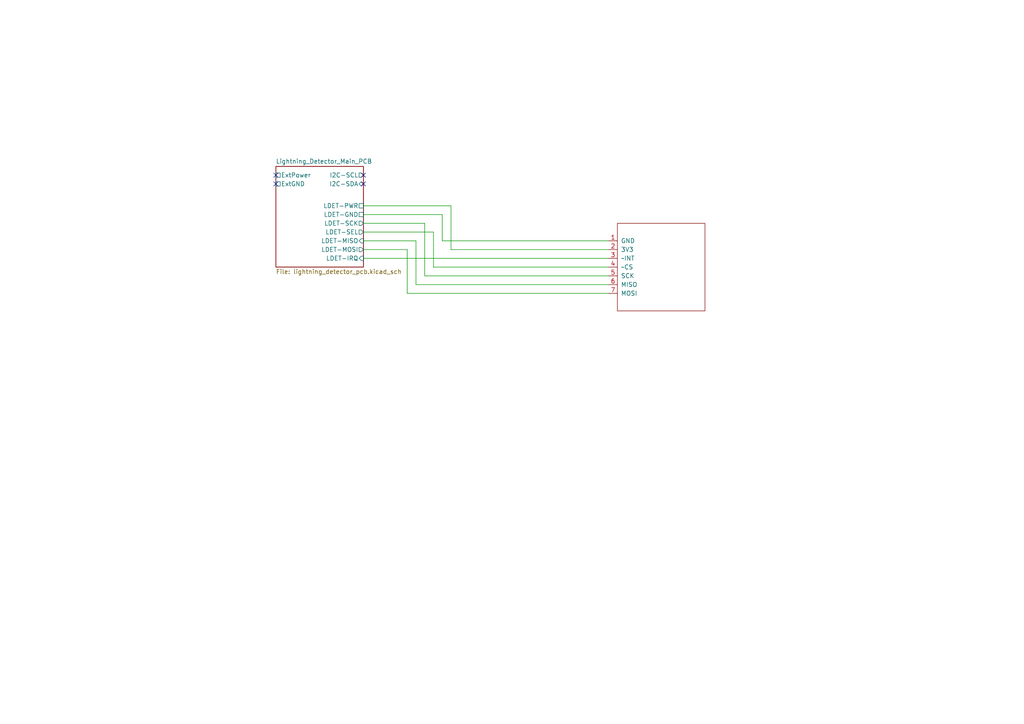
<source format=kicad_sch>
(kicad_sch (version 20230121) (generator eeschema)
  (paper "A4")
  (title_block (title "Lightning Detector") (date "2024-03-07") (rev "v0.5") (comment 1 "Licensed under CERN-OHL-W version 2, or (at your option) any later version") (comment 2 "Copyright (C) 2024 M. Frohne"))
  (lib_symbols
    (symbol "ProjectLibrary:SparkFun_AS3935_Lightning_Detector" (pin_names (offset 1.016))
      (symbol "SparkFun_AS3935_Lightning_Detector_0_1"
        (rectangle (start -12.7 12.7) (end 12.7 -12.7))
      )
      (symbol "SparkFun_AS3935_Lightning_Detector_1_1"
        (pin power_in line (at -7.62 -15.24 90) (length 2.54) (name "GND") (number "1"))
        (pin power_in line (at -5.08 -15.24 90) (length 2.54) (name "3V3") (number "2"))
        (pin output line (at -2.54 -15.24 90) (length 2.54) (name "~INT") (number "3"))
        (pin input line (at 0 -15.24 90) (length 2.54) (name "~CS") (number "4"))
        (pin input line (at 2.54 -15.24 90) (length 2.54) (name "SCK") (number "5"))
        (pin output line (at 5.08 -15.24 90) (length 2.54) (name "MISO") (number "6"))
        (pin input line (at 7.62 -15.24 90) (length 2.54) (name "MOSI") (number "7"))
      )
    )
  )
  (no_connect (at 80.01 50.8))
  (no_connect (at 80.01 53.34))
  (no_connect (at 105.41 53.34))
  (no_connect (at 105.41 50.8))
  (wire (pts (xy 105.41 64.77) (xy 123.19 64.77)))
  (wire (pts (xy 105.41 69.85) (xy 120.65 69.85)))
  (wire (pts (xy 105.41 72.39) (xy 118.11 72.39)))
  (wire (pts (xy 128.27 62.23) (xy 128.27 69.85)))
  (wire (pts (xy 130.81 59.69) (xy 130.81 72.39)))
  (wire (pts (xy 125.73 67.31) (xy 125.73 77.47)))
  (wire (pts (xy 105.41 74.93) (xy 176.53 74.93)))
  (wire (pts (xy 105.41 62.23) (xy 128.27 62.23)))
  (wire (pts (xy 105.41 67.31) (xy 125.73 67.31)))
  (wire (pts (xy 105.41 59.69) (xy 130.81 59.69)))
  (wire (pts (xy 123.19 64.77) (xy 123.19 80.01)))
  (wire (pts (xy 128.27 69.85) (xy 176.53 69.85)))
  (wire (pts (xy 123.19 80.01) (xy 176.53 80.01)))
  (wire (pts (xy 120.65 69.85) (xy 120.65 82.55)))
  (wire (pts (xy 130.81 72.39) (xy 176.53 72.39)))
  (wire (pts (xy 125.73 77.47) (xy 176.53 77.47)))
  (wire (pts (xy 118.11 85.09) (xy 176.53 85.09)))
  (wire (pts (xy 120.65 82.55) (xy 176.53 82.55)))
  (wire (pts (xy 118.11 72.39) (xy 118.11 85.09)))
  (symbol (lib_id "ProjectLibrary:SparkFun_AS3935_Lightning_Detector") (at 191.77 77.47 270) (unit 1)
    (property "Reference" "A2" (effects hide))
    (property "Value" "SparkFun_AS3935_Lightning_Detector" (effects hide))
  )
  (sheet (at 80.01 48.26) (size 25.4 29.21) (stroke (width 0.1524))
    (property "Sheetname" "Lightning_Detector_Main_PCB" (at 80.01 47.5484 0) (effects (justify left bottom)))
    (property "Sheetfile" "lightning_detector_pcb.kicad_sch" (at 80.01 78.0546 0) (effects (justify left top)))
    (pin "I2C-SDA" bidirectional (at 105.41 53.34 0))
    (pin "I2C-SCL" output (at 105.41 50.8 0))
    (pin "LDET-MISO" input (at 105.41 69.85 0))
    (pin "ExtPower" passive (at 80.01 50.8 180))
    (pin "ExtGND" passive (at 80.01 53.34 180))
    (pin "LDET-MOSI" output (at 105.41 72.39 0))
    (pin "LDET-IRQ" input (at 105.41 74.93 0))
    (pin "LDET-PWR" passive (at 105.41 59.69 0))
    (pin "LDET-GND" passive (at 105.41 62.23 0))
    (pin "LDET-SCK" output (at 105.41 64.77 0))
    (pin "LDET-SEL" output (at 105.41 67.31 0))
  )
)
</source>
